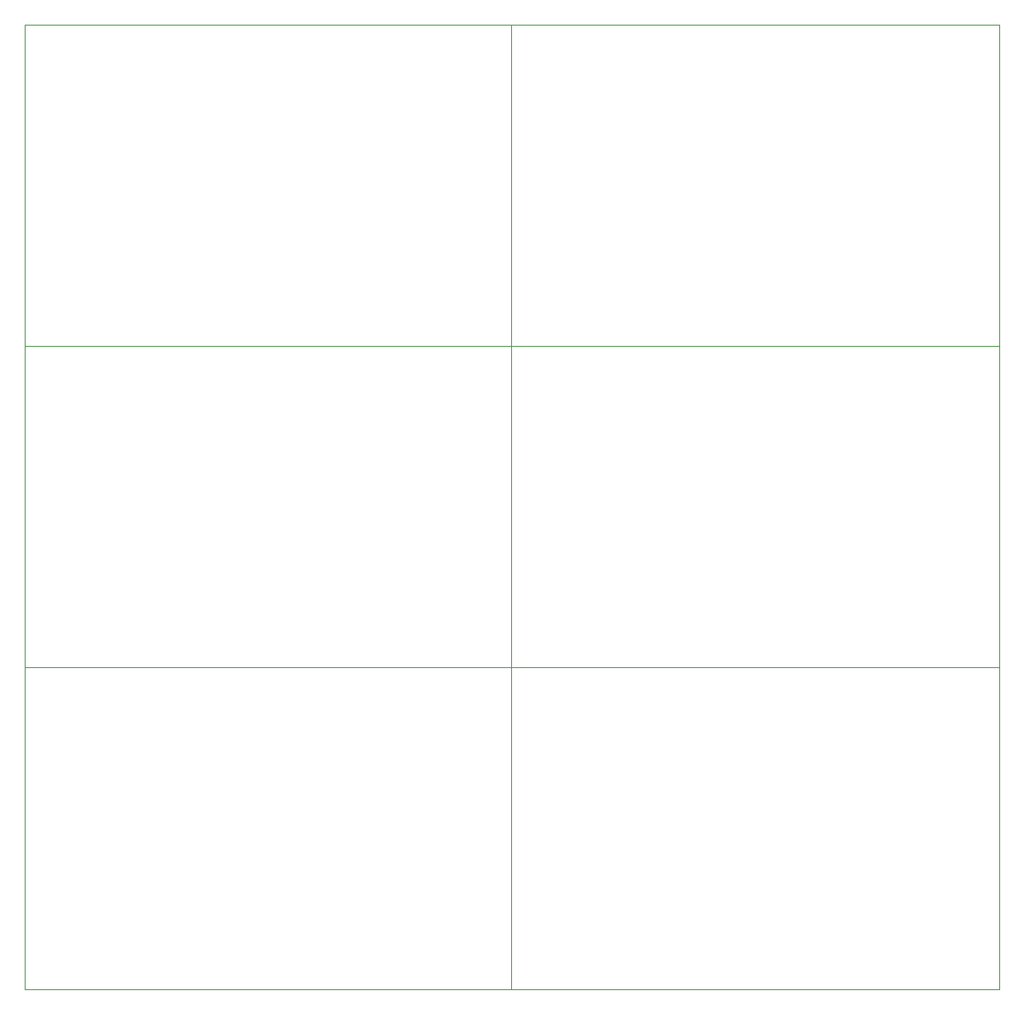
<source format=gbr>
G04 #@! TF.GenerationSoftware,KiCad,Pcbnew,5.1.3-ffb9f22~84~ubuntu16.04.1*
G04 #@! TF.CreationDate,2019-08-10T21:44:05-04:00*
G04 #@! TF.ProjectId,usb-serial-interface_panelized,7573622d-7365-4726-9961-6c2d696e7465,rev?*
G04 #@! TF.SameCoordinates,Original*
G04 #@! TF.FileFunction,Profile,NP*
%FSLAX46Y46*%
G04 Gerber Fmt 4.6, Leading zero omitted, Abs format (unit mm)*
G04 Created by KiCad (PCBNEW 5.1.3-ffb9f22~84~ubuntu16.04.1) date 2019-08-10 21:44:05*
%MOMM*%
%LPD*%
G04 APERTURE LIST*
%ADD10C,0.100000*%
G04 APERTURE END LIST*
D10*
X79349998Y-130160002D02*
X179400004Y-130160002D01*
X79349998Y-97110000D02*
X179400004Y-97110000D01*
X129325000Y-64109998D02*
X129325000Y-163260006D01*
X79349999Y-163260005D02*
X79349999Y-64109999D01*
X179400003Y-163260005D02*
X79349999Y-163260005D01*
X179400003Y-64109999D02*
X179400003Y-163260005D01*
X79349999Y-64109999D02*
X179400003Y-64109999D01*
M02*

</source>
